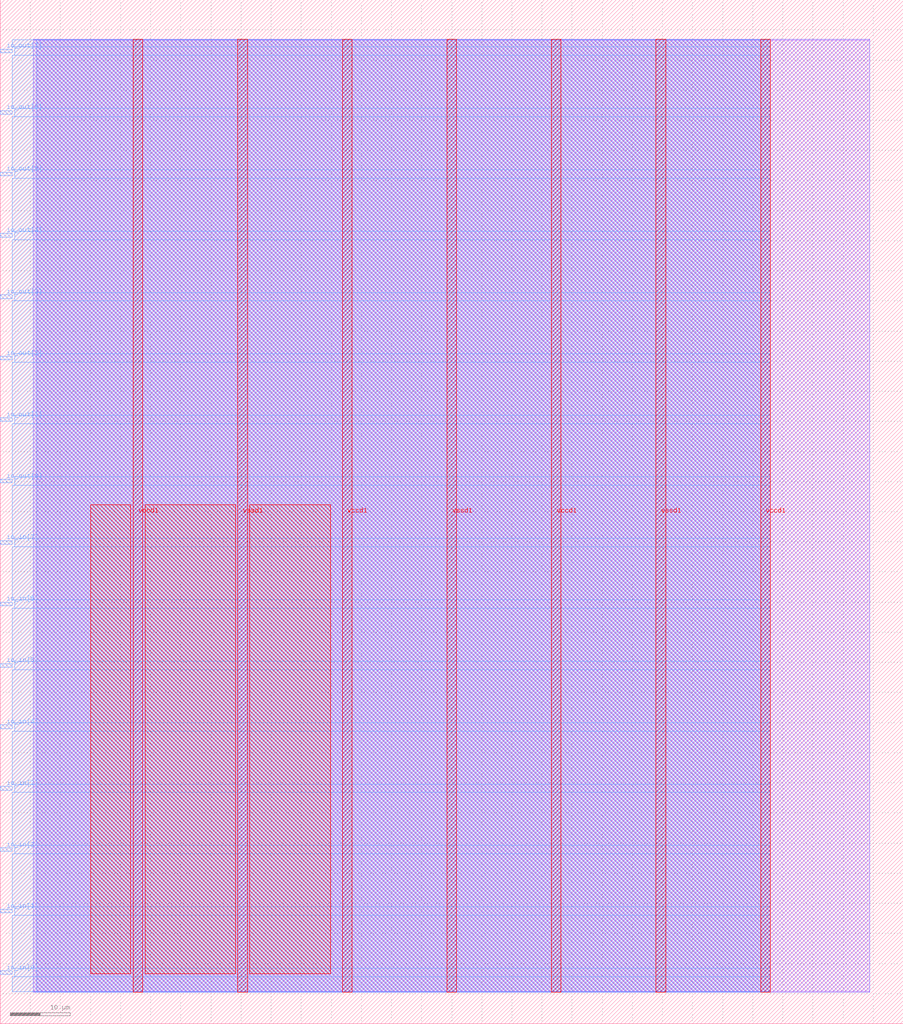
<source format=lef>
VERSION 5.7 ;
  NOWIREEXTENSIONATPIN ON ;
  DIVIDERCHAR "/" ;
  BUSBITCHARS "[]" ;
MACRO adamgreig_tt02_gps_ca_prn
  CLASS BLOCK ;
  FOREIGN adamgreig_tt02_gps_ca_prn ;
  ORIGIN 0.000 0.000 ;
  SIZE 150.000 BY 170.000 ;
  PIN io_in[0]
    DIRECTION INPUT ;
    USE SIGNAL ;
    PORT
      LAYER met3 ;
        RECT 0.000 8.200 2.000 8.800 ;
    END
  END io_in[0]
  PIN io_in[1]
    DIRECTION INPUT ;
    USE SIGNAL ;
    PORT
      LAYER met3 ;
        RECT 0.000 18.400 2.000 19.000 ;
    END
  END io_in[1]
  PIN io_in[2]
    DIRECTION INPUT ;
    USE SIGNAL ;
    PORT
      LAYER met3 ;
        RECT 0.000 28.600 2.000 29.200 ;
    END
  END io_in[2]
  PIN io_in[3]
    DIRECTION INPUT ;
    USE SIGNAL ;
    PORT
      LAYER met3 ;
        RECT 0.000 38.800 2.000 39.400 ;
    END
  END io_in[3]
  PIN io_in[4]
    DIRECTION INPUT ;
    USE SIGNAL ;
    PORT
      LAYER met3 ;
        RECT 0.000 49.000 2.000 49.600 ;
    END
  END io_in[4]
  PIN io_in[5]
    DIRECTION INPUT ;
    USE SIGNAL ;
    PORT
      LAYER met3 ;
        RECT 0.000 59.200 2.000 59.800 ;
    END
  END io_in[5]
  PIN io_in[6]
    DIRECTION INPUT ;
    USE SIGNAL ;
    PORT
      LAYER met3 ;
        RECT 0.000 69.400 2.000 70.000 ;
    END
  END io_in[6]
  PIN io_in[7]
    DIRECTION INPUT ;
    USE SIGNAL ;
    PORT
      LAYER met3 ;
        RECT 0.000 79.600 2.000 80.200 ;
    END
  END io_in[7]
  PIN io_out[0]
    DIRECTION OUTPUT TRISTATE ;
    USE SIGNAL ;
    PORT
      LAYER met3 ;
        RECT 0.000 89.800 2.000 90.400 ;
    END
  END io_out[0]
  PIN io_out[1]
    DIRECTION OUTPUT TRISTATE ;
    USE SIGNAL ;
    PORT
      LAYER met3 ;
        RECT 0.000 100.000 2.000 100.600 ;
    END
  END io_out[1]
  PIN io_out[2]
    DIRECTION OUTPUT TRISTATE ;
    USE SIGNAL ;
    PORT
      LAYER met3 ;
        RECT 0.000 110.200 2.000 110.800 ;
    END
  END io_out[2]
  PIN io_out[3]
    DIRECTION OUTPUT TRISTATE ;
    USE SIGNAL ;
    PORT
      LAYER met3 ;
        RECT 0.000 120.400 2.000 121.000 ;
    END
  END io_out[3]
  PIN io_out[4]
    DIRECTION OUTPUT TRISTATE ;
    USE SIGNAL ;
    PORT
      LAYER met3 ;
        RECT 0.000 130.600 2.000 131.200 ;
    END
  END io_out[4]
  PIN io_out[5]
    DIRECTION OUTPUT TRISTATE ;
    USE SIGNAL ;
    PORT
      LAYER met3 ;
        RECT 0.000 140.800 2.000 141.400 ;
    END
  END io_out[5]
  PIN io_out[6]
    DIRECTION OUTPUT TRISTATE ;
    USE SIGNAL ;
    PORT
      LAYER met3 ;
        RECT 0.000 151.000 2.000 151.600 ;
    END
  END io_out[6]
  PIN io_out[7]
    DIRECTION OUTPUT TRISTATE ;
    USE SIGNAL ;
    PORT
      LAYER met3 ;
        RECT 0.000 161.200 2.000 161.800 ;
    END
  END io_out[7]
  PIN vccd1
    DIRECTION INOUT ;
    USE POWER ;
    PORT
      LAYER met4 ;
        RECT 22.090 5.200 23.690 163.440 ;
    END
    PORT
      LAYER met4 ;
        RECT 56.830 5.200 58.430 163.440 ;
    END
    PORT
      LAYER met4 ;
        RECT 91.570 5.200 93.170 163.440 ;
    END
    PORT
      LAYER met4 ;
        RECT 126.310 5.200 127.910 163.440 ;
    END
  END vccd1
  PIN vssd1
    DIRECTION INOUT ;
    USE GROUND ;
    PORT
      LAYER met4 ;
        RECT 39.460 5.200 41.060 163.440 ;
    END
    PORT
      LAYER met4 ;
        RECT 74.200 5.200 75.800 163.440 ;
    END
    PORT
      LAYER met4 ;
        RECT 108.940 5.200 110.540 163.440 ;
    END
  END vssd1
  OBS
      LAYER li1 ;
        RECT 5.520 5.355 144.440 163.285 ;
      LAYER met1 ;
        RECT 5.520 5.200 144.440 163.440 ;
      LAYER met2 ;
        RECT 6.080 5.255 127.880 163.385 ;
      LAYER met3 ;
        RECT 2.000 162.200 127.900 163.365 ;
        RECT 2.400 160.800 127.900 162.200 ;
        RECT 2.000 152.000 127.900 160.800 ;
        RECT 2.400 150.600 127.900 152.000 ;
        RECT 2.000 141.800 127.900 150.600 ;
        RECT 2.400 140.400 127.900 141.800 ;
        RECT 2.000 131.600 127.900 140.400 ;
        RECT 2.400 130.200 127.900 131.600 ;
        RECT 2.000 121.400 127.900 130.200 ;
        RECT 2.400 120.000 127.900 121.400 ;
        RECT 2.000 111.200 127.900 120.000 ;
        RECT 2.400 109.800 127.900 111.200 ;
        RECT 2.000 101.000 127.900 109.800 ;
        RECT 2.400 99.600 127.900 101.000 ;
        RECT 2.000 90.800 127.900 99.600 ;
        RECT 2.400 89.400 127.900 90.800 ;
        RECT 2.000 80.600 127.900 89.400 ;
        RECT 2.400 79.200 127.900 80.600 ;
        RECT 2.000 70.400 127.900 79.200 ;
        RECT 2.400 69.000 127.900 70.400 ;
        RECT 2.000 60.200 127.900 69.000 ;
        RECT 2.400 58.800 127.900 60.200 ;
        RECT 2.000 50.000 127.900 58.800 ;
        RECT 2.400 48.600 127.900 50.000 ;
        RECT 2.000 39.800 127.900 48.600 ;
        RECT 2.400 38.400 127.900 39.800 ;
        RECT 2.000 29.600 127.900 38.400 ;
        RECT 2.400 28.200 127.900 29.600 ;
        RECT 2.000 19.400 127.900 28.200 ;
        RECT 2.400 18.000 127.900 19.400 ;
        RECT 2.000 9.200 127.900 18.000 ;
        RECT 2.400 7.800 127.900 9.200 ;
        RECT 2.000 5.275 127.900 7.800 ;
      LAYER met4 ;
        RECT 15.015 8.335 21.690 86.185 ;
        RECT 24.090 8.335 39.060 86.185 ;
        RECT 41.460 8.335 54.905 86.185 ;
  END
END adamgreig_tt02_gps_ca_prn
END LIBRARY


</source>
